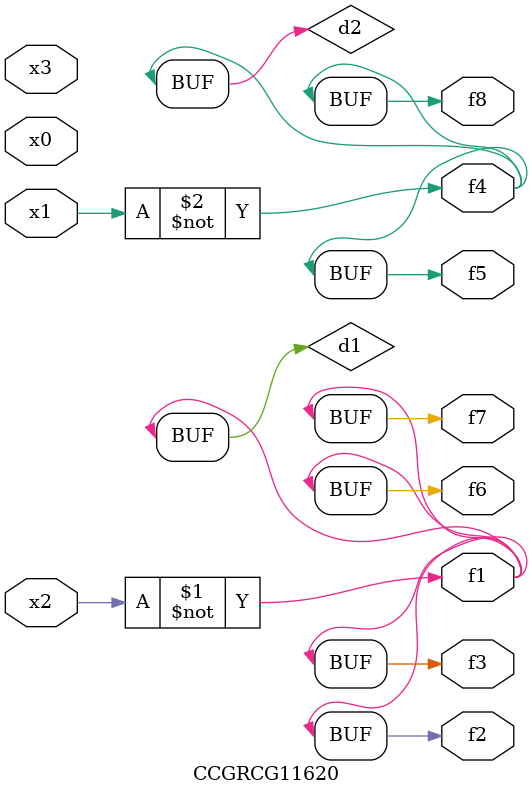
<source format=v>
module CCGRCG11620(
	input x0, x1, x2, x3,
	output f1, f2, f3, f4, f5, f6, f7, f8
);

	wire d1, d2;

	xnor (d1, x2);
	not (d2, x1);
	assign f1 = d1;
	assign f2 = d1;
	assign f3 = d1;
	assign f4 = d2;
	assign f5 = d2;
	assign f6 = d1;
	assign f7 = d1;
	assign f8 = d2;
endmodule

</source>
